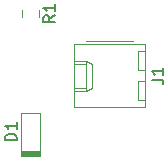
<source format=gbr>
%TF.GenerationSoftware,KiCad,Pcbnew,(5.1.6)-1*%
%TF.CreationDate,2020-07-14T15:19:12+02:00*%
%TF.ProjectId,LED Project,4c454420-5072-46f6-9a65-63742e6b6963,rev?*%
%TF.SameCoordinates,Original*%
%TF.FileFunction,Legend,Top*%
%TF.FilePolarity,Positive*%
%FSLAX46Y46*%
G04 Gerber Fmt 4.6, Leading zero omitted, Abs format (unit mm)*
G04 Created by KiCad (PCBNEW (5.1.6)-1) date 2020-07-14 15:19:12*
%MOMM*%
%LPD*%
G01*
G04 APERTURE LIST*
%ADD10C,0.120000*%
%ADD11C,0.100000*%
%ADD12C,0.150000*%
G04 APERTURE END LIST*
D10*
%TO.C,R1*%
X134710000Y-87741422D02*
X134710000Y-88258578D01*
X133290000Y-87741422D02*
X133290000Y-88258578D01*
%TO.C,J1*%
X143735000Y-90620000D02*
X137715000Y-90620000D01*
X137715000Y-90620000D02*
X137715000Y-95920000D01*
X137715000Y-95920000D02*
X143735000Y-95920000D01*
X143735000Y-95920000D02*
X143735000Y-90620000D01*
X142705000Y-90330000D02*
X138705000Y-90330000D01*
X137715000Y-92000000D02*
X138715000Y-92000000D01*
X138715000Y-92000000D02*
X138715000Y-94540000D01*
X138715000Y-94540000D02*
X137715000Y-94540000D01*
X138715000Y-92000000D02*
X139245000Y-92250000D01*
X139245000Y-92250000D02*
X139245000Y-94290000D01*
X139245000Y-94290000D02*
X138715000Y-94540000D01*
X137715000Y-92250000D02*
X138715000Y-92250000D01*
X137715000Y-94290000D02*
X138715000Y-94290000D01*
X143735000Y-91200000D02*
X143135000Y-91200000D01*
X143135000Y-91200000D02*
X143135000Y-92800000D01*
X143135000Y-92800000D02*
X143735000Y-92800000D01*
X143735000Y-93740000D02*
X143135000Y-93740000D01*
X143135000Y-93740000D02*
X143135000Y-95340000D01*
X143135000Y-95340000D02*
X143735000Y-95340000D01*
D11*
%TO.C,D1*%
G36*
X134800000Y-99600000D02*
G01*
X134800000Y-100100000D01*
X133200000Y-100100000D01*
X133200000Y-99600000D01*
X134800000Y-99600000D01*
G37*
X134800000Y-99600000D02*
X134800000Y-100100000D01*
X133200000Y-100100000D01*
X133200000Y-99600000D01*
X134800000Y-99600000D01*
D10*
X134800000Y-96400000D02*
X134800000Y-100100000D01*
X133200000Y-96400000D02*
X134800000Y-96400000D01*
X133200000Y-100100000D02*
X133200000Y-96400000D01*
%TO.C,R1*%
D12*
X136102380Y-88166666D02*
X135626190Y-88500000D01*
X136102380Y-88738095D02*
X135102380Y-88738095D01*
X135102380Y-88357142D01*
X135150000Y-88261904D01*
X135197619Y-88214285D01*
X135292857Y-88166666D01*
X135435714Y-88166666D01*
X135530952Y-88214285D01*
X135578571Y-88261904D01*
X135626190Y-88357142D01*
X135626190Y-88738095D01*
X136102380Y-87214285D02*
X136102380Y-87785714D01*
X136102380Y-87500000D02*
X135102380Y-87500000D01*
X135245238Y-87595238D01*
X135340476Y-87690476D01*
X135388095Y-87785714D01*
%TO.C,J1*%
X144277380Y-93603333D02*
X144991666Y-93603333D01*
X145134523Y-93650952D01*
X145229761Y-93746190D01*
X145277380Y-93889047D01*
X145277380Y-93984285D01*
X145277380Y-92603333D02*
X145277380Y-93174761D01*
X145277380Y-92889047D02*
X144277380Y-92889047D01*
X144420238Y-92984285D01*
X144515476Y-93079523D01*
X144563095Y-93174761D01*
%TO.C,D1*%
X132852380Y-98738095D02*
X131852380Y-98738095D01*
X131852380Y-98500000D01*
X131900000Y-98357142D01*
X131995238Y-98261904D01*
X132090476Y-98214285D01*
X132280952Y-98166666D01*
X132423809Y-98166666D01*
X132614285Y-98214285D01*
X132709523Y-98261904D01*
X132804761Y-98357142D01*
X132852380Y-98500000D01*
X132852380Y-98738095D01*
X132852380Y-97214285D02*
X132852380Y-97785714D01*
X132852380Y-97500000D02*
X131852380Y-97500000D01*
X131995238Y-97595238D01*
X132090476Y-97690476D01*
X132138095Y-97785714D01*
%TD*%
M02*

</source>
